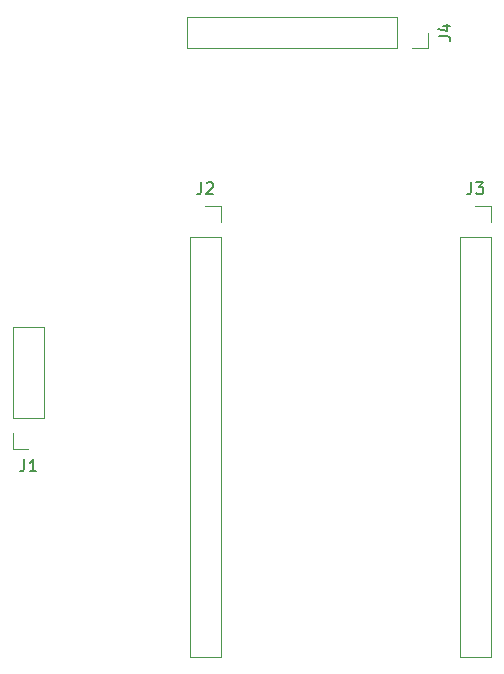
<source format=gbr>
%TF.GenerationSoftware,KiCad,Pcbnew,(5.1.8)-1*%
%TF.CreationDate,2020-12-14T07:50:50+01:00*%
%TF.ProjectId,K2,4b322e6b-6963-4616-945f-706362585858,rev?*%
%TF.SameCoordinates,Original*%
%TF.FileFunction,Legend,Top*%
%TF.FilePolarity,Positive*%
%FSLAX46Y46*%
G04 Gerber Fmt 4.6, Leading zero omitted, Abs format (unit mm)*
G04 Created by KiCad (PCBNEW (5.1.8)-1) date 2020-12-14 07:50:50*
%MOMM*%
%LPD*%
G01*
G04 APERTURE LIST*
%ADD10C,0.120000*%
%ADD11C,0.150000*%
G04 APERTURE END LIST*
D10*
%TO.C,J1*%
X99314000Y-50987000D02*
X97984000Y-50987000D01*
X97984000Y-50987000D02*
X97984000Y-49657000D01*
X97984000Y-48387000D02*
X97984000Y-40707000D01*
X100644000Y-40707000D02*
X97984000Y-40707000D01*
X100644000Y-48387000D02*
X100644000Y-40707000D01*
X100644000Y-48387000D02*
X97984000Y-48387000D01*
%TO.C,J2*%
X114300000Y-30420000D02*
X115630000Y-30420000D01*
X115630000Y-30420000D02*
X115630000Y-31750000D01*
X115630000Y-33020000D02*
X115630000Y-68640000D01*
X112970000Y-68640000D02*
X115630000Y-68640000D01*
X112970000Y-33020000D02*
X112970000Y-68640000D01*
X112970000Y-33020000D02*
X115630000Y-33020000D01*
%TO.C,J3*%
X135830000Y-33020000D02*
X138490000Y-33020000D01*
X135830000Y-33020000D02*
X135830000Y-68640000D01*
X135830000Y-68640000D02*
X138490000Y-68640000D01*
X138490000Y-33020000D02*
X138490000Y-68640000D01*
X138490000Y-30420000D02*
X138490000Y-31750000D01*
X137160000Y-30420000D02*
X138490000Y-30420000D01*
%TO.C,J4*%
X133156000Y-15748000D02*
X133156000Y-17078000D01*
X133156000Y-17078000D02*
X131826000Y-17078000D01*
X130556000Y-17078000D02*
X112716000Y-17078000D01*
X112716000Y-14418000D02*
X112716000Y-17078000D01*
X130556000Y-14418000D02*
X112716000Y-14418000D01*
X130556000Y-14418000D02*
X130556000Y-17078000D01*
%TO.C,J1*%
D11*
X98980666Y-51879380D02*
X98980666Y-52593666D01*
X98933047Y-52736523D01*
X98837809Y-52831761D01*
X98694952Y-52879380D01*
X98599714Y-52879380D01*
X99980666Y-52879380D02*
X99409238Y-52879380D01*
X99694952Y-52879380D02*
X99694952Y-51879380D01*
X99599714Y-52022238D01*
X99504476Y-52117476D01*
X99409238Y-52165095D01*
%TO.C,J2*%
X113966666Y-28432380D02*
X113966666Y-29146666D01*
X113919047Y-29289523D01*
X113823809Y-29384761D01*
X113680952Y-29432380D01*
X113585714Y-29432380D01*
X114395238Y-28527619D02*
X114442857Y-28480000D01*
X114538095Y-28432380D01*
X114776190Y-28432380D01*
X114871428Y-28480000D01*
X114919047Y-28527619D01*
X114966666Y-28622857D01*
X114966666Y-28718095D01*
X114919047Y-28860952D01*
X114347619Y-29432380D01*
X114966666Y-29432380D01*
%TO.C,J3*%
X136826666Y-28432380D02*
X136826666Y-29146666D01*
X136779047Y-29289523D01*
X136683809Y-29384761D01*
X136540952Y-29432380D01*
X136445714Y-29432380D01*
X137207619Y-28432380D02*
X137826666Y-28432380D01*
X137493333Y-28813333D01*
X137636190Y-28813333D01*
X137731428Y-28860952D01*
X137779047Y-28908571D01*
X137826666Y-29003809D01*
X137826666Y-29241904D01*
X137779047Y-29337142D01*
X137731428Y-29384761D01*
X137636190Y-29432380D01*
X137350476Y-29432380D01*
X137255238Y-29384761D01*
X137207619Y-29337142D01*
%TO.C,J4*%
X134048380Y-16081333D02*
X134762666Y-16081333D01*
X134905523Y-16128952D01*
X135000761Y-16224190D01*
X135048380Y-16367047D01*
X135048380Y-16462285D01*
X134381714Y-15176571D02*
X135048380Y-15176571D01*
X134000761Y-15414666D02*
X134715047Y-15652761D01*
X134715047Y-15033714D01*
%TD*%
M02*

</source>
